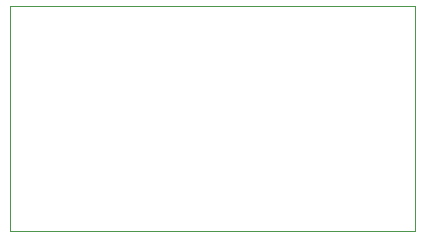
<source format=gbr>
%TF.GenerationSoftware,KiCad,Pcbnew,(5.1.6)-1*%
%TF.CreationDate,2020-10-30T20:39:21-07:00*%
%TF.ProjectId,frontendfull,66726f6e-7465-46e6-9466-756c6c2e6b69,rev?*%
%TF.SameCoordinates,Original*%
%TF.FileFunction,Profile,NP*%
%FSLAX46Y46*%
G04 Gerber Fmt 4.6, Leading zero omitted, Abs format (unit mm)*
G04 Created by KiCad (PCBNEW (5.1.6)-1) date 2020-10-30 20:39:21*
%MOMM*%
%LPD*%
G01*
G04 APERTURE LIST*
%TA.AperFunction,Profile*%
%ADD10C,0.050000*%
%TD*%
G04 APERTURE END LIST*
D10*
X109855000Y-111125000D02*
X75565000Y-111125000D01*
X109855000Y-92075000D02*
X109855000Y-111125000D01*
X75565000Y-92075000D02*
X109855000Y-92075000D01*
X75565000Y-111125000D02*
X75565000Y-92075000D01*
M02*

</source>
